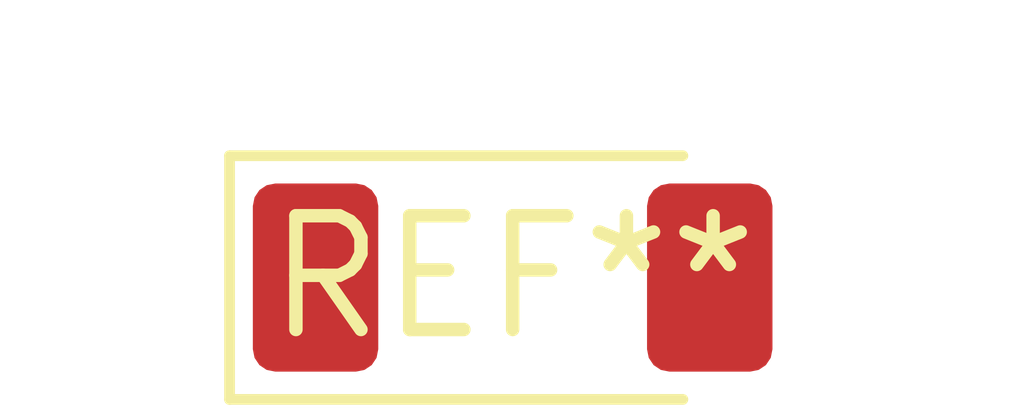
<source format=kicad_pcb>
(kicad_pcb (version 20240108) (generator pcbnew)
  (layers (0 "F.Cu" signal) (31 "B.Cu" signal) (34 "B.Paste" user) (35 "F.Paste" user) (36 "B.SilkS" user "B.Silkscreen") (37 "F.SilkS" user "F.Silkscreen") (38 "B.Mask" user) (39 "F.Mask" user) (44 "Edge.Cuts" user))
  (net 0 "")
  (footprint "D_SOD-128" (layer "F.Cu") (at 0 0)
    (property "Reference" "REF**")
    (property "Value" "D_SOD-128")
    (fp_line (start -3.16 -1.36) (end -3.16 1.36) (layer "F.SilkS") (stroke (width 0.12)))
    (fp_line (start -3.16 -1.36) (end 1.9 -1.36) (layer "F.SilkS") (stroke (width 0.12)))
    (fp_line (start -3.16 1.36) (end 1.9 1.36) (layer "F.SilkS") (stroke (width 0.12)))
    (pad "1" smd roundrect (at -2.2 0) (size 1.4 2.1) (layers "F.Cu" "F.Paste" "F.Mask") (roundrect_rratio 0.1785714286))
    (pad "2" smd roundrect (at 2.2 0) (size 1.4 2.1) (layers "F.Cu" "F.Paste" "F.Mask") (roundrect_rratio 0.1785714286))
  )
)
</source>
